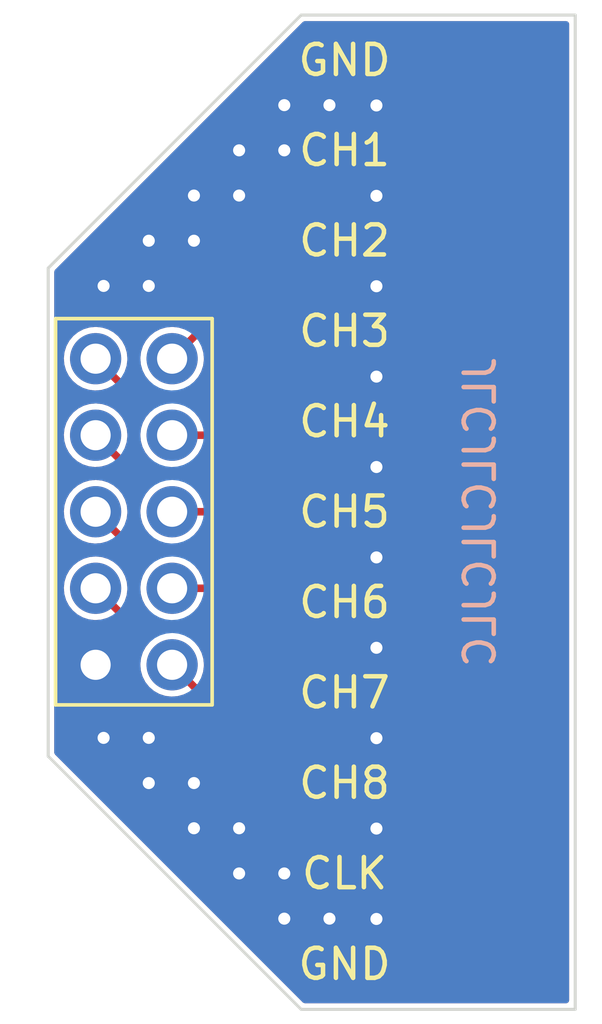
<source format=kicad_pcb>
(kicad_pcb (version 20211014) (generator pcbnew)
  (layers (0 "F.Cu" signal) (31 "B.Cu" signal) (34 "B.Paste" user) (35 "F.Paste" user) (36 "B.SilkS" user "B.Silkscreen") (37 "F.SilkS" user "F.Silkscreen") (38 "B.Mask" user) (39 "F.Mask" user) (44 "Edge.Cuts" user))
  (net 0 "")
  (net 1 "/CH1")
  (net 2 "/CH2")
  (net 3 "/CH3")
  (net 4 "/CH4")
  (net 5 "/CH5")
  (net 6 "/CH6")
  (net 7 "/CH7")
  (net 8 "/CH8")
  (net 9 "/CLK")
  (net 10 "GND")
  (footprint "local:SolderPoint" (layer "F.Cu") (at 162.06 87)
    (fp_text reference "J5" hide)
    (fp_text value "CH4" (at -4.56 0 unlocked) (layer "F.SilkS"))
    (pad "1" smd roundrect (at 0 0) (size 5 2) (layers "F.Cu" "F.Paste" "F.Mask") (net 4 "/CH4"))
  )
  (footprint "local:SolderPoint" (layer "F.Cu") (at 162.06 90)
    (fp_text reference "J6" hide)
    (fp_text value "CH5" (at -4.56 0 unlocked) (layer "F.SilkS"))
    (pad "1" smd roundrect (at 0 0) (size 5 2) (layers "F.Cu" "F.Paste" "F.Mask") (net 5 "/CH5"))
  )
  (footprint "local:SolderPoint" (layer "F.Cu") (at 162.06 99)
    (fp_text reference "J9" hide)
    (fp_text value "CH8" (at -4.56 0 unlocked) (layer "F.SilkS"))
    (pad "1" smd roundrect (at 0 0) (size 5 2) (layers "F.Cu" "F.Paste" "F.Mask") (net 8 "/CH8"))
  )
  (footprint "local:SolderPoint" (layer "F.Cu") (at 162.06 102)
    (fp_text reference "J10" hide)
    (fp_text value "CLK" (at -4.56 0 unlocked) (layer "F.SilkS"))
    (pad "1" smd roundrect (at 0 0) (size 5 2) (layers "F.Cu" "F.Paste" "F.Mask") (net 9 "/CLK"))
  )
  (footprint "local:SolderPoint" (layer "F.Cu") (at 162.06 78)
    (fp_text reference "J2" hide)
    (fp_text value "CH1" (at -4.56 0 unlocked) (layer "F.SilkS"))
    (pad "1" smd roundrect (at 0 0) (size 5 2) (layers "F.Cu" "F.Paste" "F.Mask") (net 1 "/CH1"))
  )
  (footprint "local:SolderPoint" (layer "F.Cu") (at 162.06 93)
    (fp_text reference "J7" hide)
    (fp_text value "CH6" (at -4.56 0 unlocked) (layer "F.SilkS"))
    (pad "1" smd roundrect (at 0 0) (size 5 2) (layers "F.Cu" "F.Paste" "F.Mask") (net 6 "/CH6"))
  )
  (footprint "local:SolderPoint" (layer "F.Cu") (at 162.06 75.01 180)
    (fp_text reference "J12" hide)
    (fp_text value "GND" (at 4.56 0 unlocked) (layer "F.SilkS"))
    (pad "1" smd roundrect (at 0 0 180) (size 5 2) (layers "F.Cu" "F.Paste" "F.Mask") (net 10 "GND"))
  )
  (footprint "local:SolderPoint" (layer "F.Cu") (at 162.06 81)
    (fp_text reference "J3" hide)
    (fp_text value "CH2" (at -4.56 0 unlocked) (layer "F.SilkS"))
    (pad "1" smd roundrect (at 0 0) (size 5 2) (layers "F.Cu" "F.Paste" "F.Mask") (net 2 "/CH2"))
  )
  (footprint "local:SolderPoint" (layer "F.Cu") (at 162.06 84)
    (fp_text reference "J4" hide)
    (fp_text value "CH3" (at -4.56 0 unlocked) (layer "F.SilkS"))
    (pad "1" smd roundrect (at 0 0) (size 5 2) (layers "F.Cu" "F.Paste" "F.Mask") (net 3 "/CH3"))
  )
  (footprint "local:SolderPoint" (layer "F.Cu") (at 162.06 96)
    (fp_text reference "J8" hide)
    (fp_text value "CH7" (at -4.56 0 unlocked) (layer "F.SilkS"))
    (pad "1" smd roundrect (at 0 0) (size 5 2) (layers "F.Cu" "F.Paste" "F.Mask") (net 7 "/CH7"))
  )
  (footprint "Connector_PinHeader_2.54mm:PinHeader_2x05_P2.54mm_Vertical" (layer "F.Cu") (at 151.775 95.075 180)
    (fp_text reference "J1" hide)
    (fp_text value "Conn_02x05_Odd_Even" hide)
    (fp_line (start 3.87 -1.33) (end 3.87 11.49) (layer "F.SilkS") (width 0.12))
    (fp_line (start -1.33 -1.33) (end 3.87 -1.33) (layer "F.SilkS") (width 0.12))
    (fp_line (start -1.33 11.49) (end 3.87 11.49) (layer "F.SilkS") (width 0.12))
    (fp_line (start -1.33 -1.33) (end -1.33 11.49) (layer "F.SilkS") (width 0.12))
    (pad "1" thru_hole circle (at 0 0 180) (size 1.7 1.7) (drill 1) (layers *.Cu *.Mask) (net 9 "/CLK"))
    (pad "2" thru_hole oval (at 2.54 0 180) (size 1.7 1.7) (drill 1) (layers *.Cu *.Mask) (net 10 "GND"))
    (pad "3" thru_hole oval (at 0 2.54 180) (size 1.7 1.7) (drill 1) (layers *.Cu *.Mask) (net 7 "/CH7"))
    (pad "4" thru_hole oval (at 2.54 2.54 180) (size 1.7 1.7) (drill 1) (layers *.Cu *.Mask) (net 8 "/CH8"))
    (pad "5" thru_hole oval (at 0 5.08 180) (size 1.7 1.7) (drill 1) (layers *.Cu *.Mask) (net 5 "/CH5"))
    (pad "6" thru_hole oval (at 2.54 5.08 180) (size 1.7 1.7) (drill 1) (layers *.Cu *.Mask) (net 6 "/CH6"))
    (pad "7" thru_hole oval (at 0 7.62 180) (size 1.7 1.7) (drill 1) (layers *.Cu *.Mask) (net 3 "/CH3"))
    (pad "8" thru_hole oval (at 2.54 7.62 180) (size 1.7 1.7) (drill 1) (layers *.Cu *.Mask) (net 4 "/CH4"))
    (pad "9" thru_hole oval (at 0 10.16 180) (size 1.7 1.7) (drill 1) (layers *.Cu *.Mask) (net 1 "/CH1"))
    (pad "10" thru_hole oval (at 2.54 10.16 180) (size 1.7 1.7) (drill 1) (layers *.Cu *.Mask) (net 2 "/CH2"))
  )
  (footprint "local:SolderPoint" (layer "F.Cu") (at 162.06 105.01 180)
    (fp_text reference "J11" hide)
    (fp_text value "GND" (at 4.56 0 unlocked) (layer "F.SilkS"))
    (pad "1" smd roundrect (at 0 0 180) (size 5 2) (layers "F.Cu" "F.Paste" "F.Mask") (net 10 "GND"))
  )
  (gr_line (start 165.16 106.51) (end 156.06 106.51) (layer "Edge.Cuts") (width 0.1))
  (gr_line (start 165.16 106.51) (end 165.16 73.51) (layer "Edge.Cuts") (width 0.1))
  (gr_line (start 156.06 106.51) (end 147.66 98.11) (layer "Edge.Cuts") (width 0.1))
  (gr_line (start 156.06 73.51) (end 147.66 81.91) (layer "Edge.Cuts") (width 0.1))
  (gr_line (start 147.66 98.11) (end 147.66 81.91) (layer "Edge.Cuts") (width 0.1))
  (gr_line (start 165.16 73.51) (end 156.06 73.51) (layer "Edge.Cuts") (width 0.1))
  (gr_text "JLCJLCJLCJLC" (at 162 90 90) (layer "B.SilkS") (effects (font (size 1 1)) (justify mirror)))
  (segment (start 151.775 84.915) (end 158.69 78) (width 0.25) (layer "F.Cu") (net 1))
  (segment (start 158.69 78) (end 162.06 78) (width 0.25) (layer "F.Cu") (net 1))
  (segment (start 150.5 86.19) (end 153.04 86.19) (width 0.25) (layer "F.Cu") (net 2))
  (segment (start 149.235 84.915) (end 150.5 86.18) (width 0.25) (layer "F.Cu") (net 2))
  (segment (start 150.5 86.18) (end 150.5 86.19) (width 0.25) (layer "F.Cu") (net 2))
  (segment (start 158.23 81) (end 162.06 81) (width 0.25) (layer "F.Cu") (net 2))
  (segment (start 153.04 86.19) (end 158.23 81) (width 0.25) (layer "F.Cu") (net 2))
  (segment (start 151.775 87.455) (end 153.035 87.455) (width 0.25) (layer "F.Cu") (net 3))
  (segment (start 153.04 87.46) (end 153.035 87.455) (width 0.25) (layer "F.Cu") (net 3))
  (segment (start 153.04 87.46) (end 154.04 87.46) (width 0.25) (layer "F.Cu") (net 3))
  (segment (start 162.06 84) (end 157.5 84) (width 0.25) (layer "F.Cu") (net 3))
  (segment (start 154.04 87.46) (end 157.5 84) (width 0.25) (layer "F.Cu") (net 3))
  (segment (start 150.51 88.73) (end 155.77 88.73) (width 0.25) (layer "F.Cu") (net 4))
  (segment (start 155.77 88.73) (end 157.5 87) (width 0.25) (layer "F.Cu") (net 4))
  (segment (start 157.5 87) (end 162.06 87) (width 0.25) (layer "F.Cu") (net 4))
  (segment (start 149.235 87.455) (end 150.51 88.73) (width 0.25) (layer "F.Cu") (net 4))
  (segment (start 153.035 89.995) (end 162.055 89.995) (width 0.25) (layer "F.Cu") (net 5))
  (segment (start 151.775 89.995) (end 153.035 89.995) (width 0.25) (layer "F.Cu") (net 5))
  (segment (start 162.055 89.995) (end 162.06 90) (width 0.25) (layer "F.Cu") (net 5))
  (segment (start 153.035 89.995) (end 153.04 90) (width 0.25) (layer "F.Cu") (net 5))
  (segment (start 149.235 89.995) (end 150.51 91.27) (width 0.25) (layer "F.Cu") (net 6))
  (segment (start 157.5 93) (end 162.06 93) (width 0.25) (layer "F.Cu") (net 6))
  (segment (start 150.51 91.27) (end 155.77 91.27) (width 0.25) (layer "F.Cu") (net 6))
  (segment (start 155.77 91.27) (end 157.5 93) (width 0.25) (layer "F.Cu") (net 6))
  (segment (start 153.04 92.54) (end 154.04 92.54) (width 0.25) (layer "F.Cu") (net 7))
  (segment (start 151.775 92.535) (end 153.035 92.535) (width 0.25) (layer "F.Cu") (net 7))
  (segment (start 154.04 92.54) (end 157.5 96) (width 0.25) (layer "F.Cu") (net 7))
  (segment (start 153.035 92.535) (end 153.04 92.54) (width 0.25) (layer "F.Cu") (net 7))
  (segment (start 162.06 96) (end 157.5 96) (width 0.25) (layer "F.Cu") (net 7))
  (segment (start 149.235 92.535) (end 150.5 93.8) (width 0.25) (layer "F.Cu") (net 8))
  (segment (start 158.23 99) (end 153.04 93.81) (width 0.25) (layer "F.Cu") (net 8))
  (segment (start 162.06 99) (end 158.23 99) (width 0.25) (layer "F.Cu") (net 8))
  (segment (start 150.5 93.8) (end 150.5 93.81) (width 0.25) (layer "F.Cu") (net 8))
  (segment (start 150.5 93.81) (end 153.04 93.81) (width 0.25) (layer "F.Cu") (net 8))
  (segment (start 151.775 95.075) (end 158.7 102) (width 0.25) (layer "F.Cu") (net 9))
  (segment (start 158.7 102) (end 162.06 102) (width 0.25) (layer "F.Cu") (net 9))
  (via (at 149.5 82.5) (size 0.8) (drill 0.4) (layers "F.Cu" "B.Cu") (net 10))
  (via (at 149.5 97.5) (size 0.8) (drill 0.4) (layers "F.Cu" "B.Cu") (net 10))
  (via (at 157 76.5) (size 0.8) (drill 0.4) (layers "F.Cu" "B.Cu") (net 10))
  (via (at 154 100.5) (size 0.8) (drill 0.4) (layers "F.Cu" "B.Cu") (net 10))
  (via (at 151 82.5) (size 0.8) (drill 0.4) (layers "F.Cu" "B.Cu") (net 10))
  (via (at 158.56 91.51) (size 0.8) (drill 0.4) (layers "F.Cu" "B.Cu") (net 10))
  (via (at 158.56 100.51) (size 0.8) (drill 0.4) (layers "F.Cu" "B.Cu") (net 10))
  (via (at 155.5 103.5) (size 0.8) (drill 0.4) (layers "F.Cu" "B.Cu") (net 10))
  (via (at 158.56 97.51) (size 0.8) (drill 0.4) (layers "F.Cu" "B.Cu") (net 10))
  (via (at 151 97.5) (size 0.8) (drill 0.4) (layers "F.Cu" "B.Cu") (net 10))
  (via (at 152.5 79.5) (size 0.8) (drill 0.4) (layers "F.Cu" "B.Cu") (net 10))
  (via (at 151 81) (size 0.8) (drill 0.4) (layers "F.Cu" "B.Cu") (net 10))
  (via (at 154 78) (size 0.8) (drill 0.4) (layers "F.Cu" "B.Cu") (net 10))
  (via (at 155.5 102) (size 0.8) (drill 0.4) (layers "F.Cu" "B.Cu") (net 10))
  (via (at 154 79.5) (size 0.8) (drill 0.4) (layers "F.Cu" "B.Cu") (net 10))
  (via (at 152.5 100.5) (size 0.8) (drill 0.4) (layers "F.Cu" "B.Cu") (net 10))
  (via (at 158.56 76.51) (size 0.8) (drill 0.4) (layers "F.Cu" "B.Cu") (net 10))
  (via (at 152.5 81) (size 0.8) (drill 0.4) (layers "F.Cu" "B.Cu") (net 10))
  (via (at 155.5 78) (size 0.8) (drill 0.4) (layers "F.Cu" "B.Cu") (net 10))
  (via (at 155.5 76.5) (size 0.8) (drill 0.4) (layers "F.Cu" "B.Cu") (net 10))
  (via (at 158.56 82.51) (size 0.8) (drill 0.4) (layers "F.Cu" "B.Cu") (net 10))
  (via (at 154 102) (size 0.8) (drill 0.4) (layers "F.Cu" "B.Cu") (net 10))
  (via (at 158.56 88.51) (size 0.8) (drill 0.4) (layers "F.Cu" "B.Cu") (net 10))
  (via (at 158.56 85.51) (size 0.8) (drill 0.4) (layers "F.Cu" "B.Cu") (net 10))
  (via (at 158.56 94.51) (size 0.8) (drill 0.4) (layers "F.Cu" "B.Cu") (net 10))
  (via (at 157 103.5) (size 0.8) (drill 0.4) (layers "F.Cu" "B.Cu") (net 10))
  (via (at 158.56 79.51) (size 0.8) (drill 0.4) (layers "F.Cu" "B.Cu") (net 10))
  (via (at 158.56 103.51) (size 0.8) (drill 0.4) (layers "F.Cu" "B.Cu") (net 10))
  (via (at 151 99) (size 0.8) (drill 0.4) (layers "F.Cu" "B.Cu") (net 10))
  (via (at 152.5 99) (size 0.8) (drill 0.4) (layers "F.Cu" "B.Cu") (net 10))
  (zone (net 10) (net_name "GND") (layers F&B.Cu) (connect_pads yes (clearance 0.2)) (min_thickness 0.2) (fill yes (thermal_gap 0.508) (thermal_bridge_width 0.508))
    (polygon (pts (xy 146.06 73.01) (xy 166.06 73.01) (xy 166.06 107.01) (xy 146.06 107.01)))
  )
)
</source>
